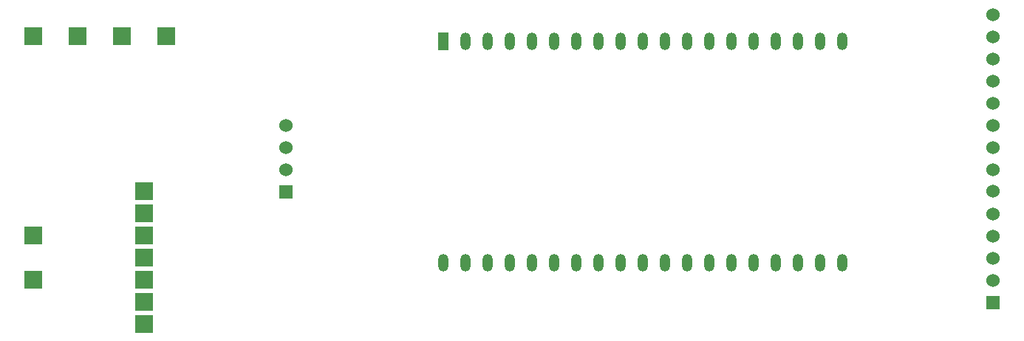
<source format=gbr>
%TF.GenerationSoftware,KiCad,Pcbnew,7.0.8*%
%TF.CreationDate,2024-07-13T09:20:10+02:00*%
%TF.ProjectId,ESP32_TFT2-8,45535033-325f-4544-9654-322d382e6b69,rev?*%
%TF.SameCoordinates,Original*%
%TF.FileFunction,Soldermask,Bot*%
%TF.FilePolarity,Negative*%
%FSLAX46Y46*%
G04 Gerber Fmt 4.6, Leading zero omitted, Abs format (unit mm)*
G04 Created by KiCad (PCBNEW 7.0.8) date 2024-07-13 09:20:10*
%MOMM*%
%LPD*%
G01*
G04 APERTURE LIST*
%ADD10R,2.000000X2.000000*%
%ADD11R,1.524000X1.524000*%
%ADD12C,1.524000*%
%ADD13R,1.200000X2.000000*%
%ADD14O,1.200000X2.000000*%
G04 APERTURE END LIST*
D10*
%TO.C,U5*%
X99060000Y-93980000D03*
%TD*%
%TO.C,U11*%
X101600000Y-121920000D03*
%TD*%
D11*
%TO.C,U2*%
X198909600Y-124536320D03*
D12*
X198909600Y-121996320D03*
X198909600Y-119486320D03*
X198909600Y-116916320D03*
X198909600Y-114376320D03*
X198909600Y-111736320D03*
X198909600Y-109296320D03*
X198909600Y-106756320D03*
X198909600Y-104216320D03*
X198909600Y-101676320D03*
X198909600Y-99136320D03*
X198909600Y-96596320D03*
X198909600Y-94056320D03*
X198909600Y-91516320D03*
D11*
X117909600Y-111796320D03*
D12*
X117909600Y-109296320D03*
X117909600Y-106756320D03*
X117909600Y-104216320D03*
%TD*%
D10*
%TO.C,U7*%
X101600000Y-111760000D03*
%TD*%
%TO.C,U6*%
X104140000Y-93980000D03*
%TD*%
%TO.C,U14*%
X88900000Y-116840000D03*
%TD*%
%TO.C,U15*%
X88900000Y-121920000D03*
%TD*%
%TO.C,U8*%
X101600000Y-114300000D03*
%TD*%
%TO.C,U3*%
X88900000Y-93980000D03*
%TD*%
%TO.C,U4*%
X93980000Y-93980000D03*
%TD*%
%TO.C,U13*%
X101600000Y-127000000D03*
%TD*%
%TO.C,U12*%
X101600000Y-124460000D03*
%TD*%
%TO.C,U9*%
X101600000Y-116840000D03*
%TD*%
%TO.C,U10*%
X101600000Y-119380000D03*
%TD*%
D13*
%TO.C,U1*%
X135900000Y-94550000D03*
D14*
X138440000Y-94550000D03*
X140980000Y-94550000D03*
X143520000Y-94550000D03*
X146060000Y-94550000D03*
X148600000Y-94550000D03*
X151140000Y-94550000D03*
X153680000Y-94550000D03*
X156220000Y-94550000D03*
X158760000Y-94550000D03*
X161300000Y-94550000D03*
X163840000Y-94550000D03*
X166380000Y-94550000D03*
X168920000Y-94550000D03*
X171460000Y-94550000D03*
X174000000Y-94550000D03*
X176540000Y-94550000D03*
X179080000Y-94550000D03*
X181620000Y-94550000D03*
X181617280Y-119946320D03*
X179077280Y-119946320D03*
X176540000Y-119950000D03*
X174000000Y-119950000D03*
X171460000Y-119950000D03*
X168920000Y-119950000D03*
X166380000Y-119950000D03*
X163840000Y-119950000D03*
X161300000Y-119950000D03*
X158760000Y-119950000D03*
X156220000Y-119950000D03*
X153680000Y-119950000D03*
X151140000Y-119950000D03*
X148600000Y-119950000D03*
X146060000Y-119950000D03*
X143520000Y-119950000D03*
X140980000Y-119950000D03*
X138440000Y-119950000D03*
X135900000Y-119950000D03*
%TD*%
M02*

</source>
